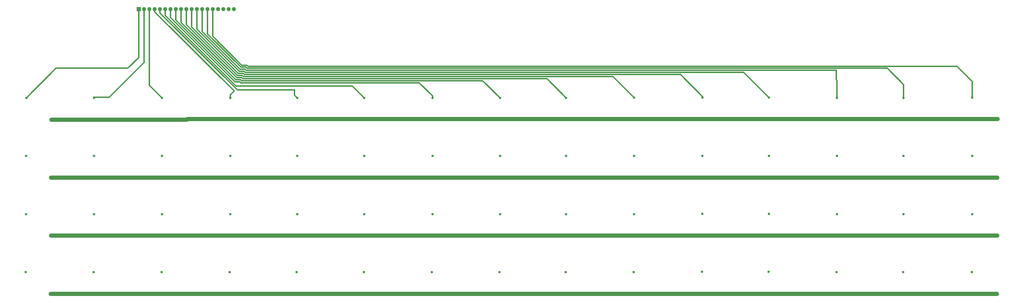
<source format=gbr>
%TF.GenerationSoftware,KiCad,Pcbnew,9.0.1*%
%TF.CreationDate,2025-06-14T18:41:54-05:00*%
%TF.ProjectId,OM-FlexGrid-Flex,4f4d2d46-6c65-4784-9772-69642d466c65,rev?*%
%TF.SameCoordinates,Original*%
%TF.FileFunction,Copper,L2,Bot*%
%TF.FilePolarity,Positive*%
%FSLAX46Y46*%
G04 Gerber Fmt 4.6, Leading zero omitted, Abs format (unit mm)*
G04 Created by KiCad (PCBNEW 9.0.1) date 2025-06-14 18:41:54*
%MOMM*%
%LPD*%
G01*
G04 APERTURE LIST*
%TA.AperFunction,ComponentPad*%
%ADD10R,1.000000X1.000000*%
%TD*%
%TA.AperFunction,ComponentPad*%
%ADD11C,1.000000*%
%TD*%
%TA.AperFunction,ViaPad*%
%ADD12C,0.600000*%
%TD*%
%TA.AperFunction,Conductor*%
%ADD13C,1.000000*%
%TD*%
%TA.AperFunction,Conductor*%
%ADD14C,0.300000*%
%TD*%
G04 APERTURE END LIST*
D10*
%TO.P,J1,1,Pin_1*%
%TO.N,COL_0*%
X64340000Y-65250000D03*
D11*
%TO.P,J1,2,Pin_2*%
%TO.N,COL_1*%
X65610000Y-65250000D03*
%TO.P,J1,3,Pin_3*%
%TO.N,COL_2*%
X66880000Y-65250000D03*
%TO.P,J1,4,Pin_4*%
%TO.N,COL_3*%
X68150000Y-65250000D03*
%TO.P,J1,5,Pin_5*%
%TO.N,COL_4*%
X69420000Y-65250000D03*
%TO.P,J1,6,Pin_6*%
%TO.N,COL_5*%
X70690000Y-65250000D03*
%TO.P,J1,7,Pin_7*%
%TO.N,COL_6*%
X71960000Y-65250000D03*
%TO.P,J1,8,Pin_8*%
%TO.N,COL_7*%
X73230000Y-65250000D03*
%TO.P,J1,9,Pin_9*%
%TO.N,COL_8*%
X74500000Y-65250000D03*
%TO.P,J1,10,Pin_10*%
%TO.N,COL_9*%
X75770000Y-65250000D03*
%TO.P,J1,11,Pin_11*%
%TO.N,COL_10*%
X77040000Y-65250000D03*
%TO.P,J1,12,Pin_12*%
%TO.N,COL_11*%
X78310000Y-65250000D03*
%TO.P,J1,13,Pin_13*%
%TO.N,COL_12*%
X79580000Y-65250000D03*
%TO.P,J1,14,Pin_14*%
%TO.N,COL_13*%
X80850000Y-65250000D03*
%TO.P,J1,15,Pin_15*%
%TO.N,COL_14*%
X82120000Y-65250000D03*
%TO.P,J1,16,Pin_16*%
%TO.N,ROW_0*%
X83390000Y-65250000D03*
%TO.P,J1,17,Pin_17*%
%TO.N,ROW_1*%
X84660000Y-65250000D03*
%TO.P,J1,18,Pin_18*%
%TO.N,ROW_2*%
X85930000Y-65250000D03*
%TO.P,J1,19,Pin_19*%
%TO.N,ROW_3*%
X87200000Y-65250000D03*
%TD*%
D12*
%TO.N,COL_14*%
X264664393Y-114666130D03*
X264664393Y-100668435D03*
%TO.N,ROW_1*%
X75959273Y-105868435D03*
%TO.N,ROW_0*%
X75879261Y-91870739D03*
X92250000Y-91750000D03*
%TO.N,ROW_3*%
X270554129Y-133863826D03*
%TO.N,COL_14*%
X264554129Y-128663826D03*
%TO.N,ROW_2*%
X270664393Y-119866130D03*
%TO.N,ROW_1*%
X270664393Y-105868435D03*
%TO.N,ROW_0*%
X270740318Y-91740318D03*
X254164393Y-91870739D03*
X205804129Y-91809217D03*
X221804129Y-91762731D03*
X238164393Y-91870739D03*
%TO.N,ROW_1*%
X238164393Y-105868435D03*
%TO.N,COL_12*%
X232164393Y-100668435D03*
%TO.N,ROW_1*%
X254164393Y-105868435D03*
%TO.N,COL_13*%
X248164393Y-100668435D03*
%TO.N,ROW_2*%
X254164393Y-119866130D03*
%TO.N,COL_13*%
X248164393Y-114666130D03*
%TO.N,ROW_2*%
X238164393Y-119866130D03*
%TO.N,COL_12*%
X232164393Y-114666130D03*
%TO.N,ROW_3*%
X254054129Y-133863826D03*
%TO.N,COL_13*%
X248054129Y-128663826D03*
%TO.N,ROW_3*%
X238054129Y-133863826D03*
%TO.N,COL_12*%
X232054129Y-128663826D03*
%TO.N,ROW_3*%
X221693865Y-133804609D03*
%TO.N,COL_11*%
X215693865Y-128604609D03*
%TO.N,ROW_2*%
X221804129Y-119806913D03*
%TO.N,COL_11*%
X215804129Y-114606913D03*
%TO.N,ROW_1*%
X221804129Y-105809218D03*
%TO.N,COL_11*%
X215804129Y-100609218D03*
%TO.N,ROW_3*%
X205693865Y-133802304D03*
%TO.N,COL_10*%
X199693865Y-128602304D03*
%TO.N,ROW_2*%
X205804129Y-119804608D03*
%TO.N,COL_10*%
X199804129Y-114604608D03*
%TO.N,ROW_1*%
X205804129Y-105806913D03*
%TO.N,COL_10*%
X199804129Y-100606913D03*
%TO.N,ROW_0*%
X189414393Y-91816244D03*
%TO.N,COL_9*%
X183414393Y-100668435D03*
%TO.N,ROW_1*%
X189414393Y-105868435D03*
%TO.N,COL_9*%
X183414393Y-114666130D03*
%TO.N,ROW_2*%
X189414393Y-119866130D03*
%TO.N,ROW_3*%
X189304129Y-133863826D03*
%TO.N,COL_9*%
X183304129Y-128663826D03*
%TO.N,ROW_3*%
X172943865Y-133863826D03*
%TO.N,COL_8*%
X166943865Y-128663826D03*
%TO.N,ROW_2*%
X173054129Y-119866130D03*
%TO.N,COL_8*%
X167054129Y-114666130D03*
X167054129Y-100668435D03*
%TO.N,ROW_1*%
X173054129Y-105868435D03*
%TO.N,ROW_0*%
X173054129Y-91821948D03*
X157164393Y-91870739D03*
%TO.N,ROW_1*%
X157164393Y-105868435D03*
%TO.N,COL_7*%
X151164393Y-100668435D03*
%TO.N,ROW_2*%
X157164393Y-119866130D03*
%TO.N,COL_7*%
X151164393Y-114666130D03*
%TO.N,ROW_3*%
X157054129Y-133863826D03*
%TO.N,COL_7*%
X151054129Y-128663826D03*
%TO.N,ROW_3*%
X140804129Y-133863826D03*
%TO.N,COL_6*%
X134804129Y-128663826D03*
%TO.N,ROW_2*%
X140914393Y-119866130D03*
%TO.N,COL_6*%
X134914393Y-114666130D03*
X134914393Y-100668435D03*
%TO.N,ROW_1*%
X140914393Y-105868435D03*
%TO.N,ROW_0*%
X140914393Y-91870739D03*
X124554129Y-91870739D03*
%TO.N,ROW_1*%
X124554129Y-105868435D03*
%TO.N,COL_5*%
X118554129Y-100668435D03*
%TO.N,ROW_2*%
X124554129Y-119866130D03*
%TO.N,COL_5*%
X118554129Y-114666130D03*
%TO.N,ROW_3*%
X124443865Y-133863826D03*
%TO.N,COL_5*%
X118443865Y-128663826D03*
%TO.N,ROW_3*%
X108304129Y-133863826D03*
%TO.N,COL_4*%
X102304129Y-128663826D03*
%TO.N,ROW_2*%
X108414393Y-119866130D03*
%TO.N,COL_4*%
X102414393Y-114666130D03*
%TO.N,ROW_0*%
X108414393Y-91870739D03*
%TO.N,ROW_1*%
X108414393Y-105868435D03*
%TO.N,COL_4*%
X102414393Y-100668435D03*
%TO.N,ROW_1*%
X92315682Y-105868435D03*
%TO.N,COL_3*%
X86315682Y-100668435D03*
%TO.N,ROW_2*%
X92315682Y-119866130D03*
%TO.N,COL_3*%
X86315682Y-114666130D03*
%TO.N,ROW_3*%
X92205418Y-133863826D03*
%TO.N,COL_3*%
X86205418Y-128663826D03*
%TO.N,ROW_3*%
X75849009Y-133863826D03*
%TO.N,COL_2*%
X69849009Y-128663826D03*
%TO.N,ROW_2*%
X75959273Y-119866130D03*
%TO.N,COL_2*%
X69959273Y-114666130D03*
X69959273Y-100668435D03*
%TO.N,COL_1*%
X53602863Y-100668435D03*
X53602863Y-114666130D03*
X53492599Y-128663826D03*
%TO.N,ROW_3*%
X59492599Y-133863826D03*
%TO.N,ROW_2*%
X59602863Y-119866130D03*
%TO.N,ROW_1*%
X59602863Y-105868435D03*
%TO.N,ROW_0*%
X59602863Y-91870739D03*
X43304129Y-91870739D03*
%TO.N,ROW_1*%
X43246453Y-105868435D03*
%TO.N,ROW_2*%
X43246453Y-119866130D03*
%TO.N,ROW_3*%
X43136189Y-133863826D03*
%TO.N,COL_0*%
X37136189Y-128663826D03*
X37246453Y-114666130D03*
X37246453Y-100668435D03*
X37304129Y-86670739D03*
%TO.N,COL_1*%
X53602863Y-86670739D03*
%TO.N,COL_2*%
X69959273Y-86670739D03*
%TO.N,COL_3*%
X86315682Y-86621948D03*
%TO.N,COL_4*%
X102414393Y-86670739D03*
%TO.N,COL_5*%
X118554129Y-86670739D03*
%TO.N,COL_6*%
X134914393Y-86670739D03*
%TO.N,COL_7*%
X151164393Y-86670739D03*
%TO.N,COL_8*%
X167054129Y-86621948D03*
%TO.N,COL_9*%
X183414393Y-86616244D03*
%TO.N,COL_10*%
X199804129Y-86609217D03*
%TO.N,COL_11*%
X215804129Y-86562731D03*
%TO.N,COL_12*%
X232164393Y-86670739D03*
%TO.N,COL_13*%
X248164393Y-86670739D03*
%TO.N,COL_14*%
X264664393Y-86616244D03*
%TD*%
D13*
%TO.N,ROW_3*%
X43136189Y-133863826D02*
X270554129Y-133863826D01*
%TO.N,ROW_1*%
X43246453Y-105868435D02*
X270664393Y-105868435D01*
%TO.N,ROW_2*%
X43246453Y-119866130D02*
X270664393Y-119866130D01*
%TO.N,ROW_0*%
X92250000Y-91750000D02*
X270730636Y-91750000D01*
X270730636Y-91750000D02*
X270740318Y-91740318D01*
X76000000Y-91750000D02*
X92250000Y-91750000D01*
X75879261Y-91870739D02*
X76000000Y-91750000D01*
X59602863Y-91870739D02*
X75879261Y-91870739D01*
X43304129Y-91870739D02*
X59602863Y-91870739D01*
D14*
%TO.N,COL_0*%
X44474868Y-79500000D02*
X37304129Y-86670739D01*
X61750000Y-79500000D02*
X44474868Y-79500000D01*
X64340000Y-65250000D02*
X64340000Y-76910000D01*
X64340000Y-76910000D02*
X61750000Y-79500000D01*
%TO.N,COL_1*%
X57250000Y-86500000D02*
X53500000Y-86500000D01*
X65610000Y-78140000D02*
X57250000Y-86500000D01*
X65610000Y-65250000D02*
X65610000Y-78140000D01*
%TO.N,COL_2*%
X66880000Y-83591466D02*
X69959273Y-86670739D01*
X66880000Y-65250000D02*
X66880000Y-83591466D01*
%TO.N,COL_3*%
X86315682Y-85934318D02*
X86315682Y-86621948D01*
X87250000Y-85000000D02*
X86315682Y-85934318D01*
X68150000Y-65900000D02*
X87250000Y-85000000D01*
X68150000Y-65250000D02*
X68150000Y-65900000D01*
%TO.N,COL_4*%
X101750000Y-86006346D02*
X102414393Y-86670739D01*
X87998875Y-84750000D02*
X101750000Y-84750000D01*
X69420000Y-66171125D02*
X87998875Y-84750000D01*
X69420000Y-65250000D02*
X69420000Y-66171125D01*
X101750000Y-84750000D02*
X101750000Y-86006346D01*
%TO.N,COL_5*%
X70690000Y-66732605D02*
X87707395Y-83750000D01*
X115633390Y-83750000D02*
X118554129Y-86670739D01*
X70690000Y-65250000D02*
X70690000Y-66732605D01*
X87707395Y-83750000D02*
X115633390Y-83750000D01*
%TO.N,COL_6*%
X134914393Y-86164393D02*
X134914393Y-86670739D01*
X131758000Y-83008000D02*
X134914393Y-86164393D01*
X71960000Y-67294082D02*
X87419916Y-82754000D01*
X87419916Y-82754000D02*
X88631410Y-82754000D01*
X71960000Y-65250000D02*
X71960000Y-67294082D01*
X88631410Y-82754000D02*
X88885411Y-83008000D01*
X88885411Y-83008000D02*
X131758000Y-83008000D01*
%TO.N,COL_7*%
X89092931Y-82507000D02*
X147000654Y-82507000D01*
X88838930Y-82253000D02*
X89092931Y-82507000D01*
X147000654Y-82507000D02*
X151164393Y-86670739D01*
X87627437Y-82253000D02*
X88838930Y-82253000D01*
X73230000Y-67855562D02*
X87627437Y-82253000D01*
X73230000Y-65250000D02*
X73230000Y-67855562D01*
%TO.N,COL_8*%
X89300451Y-82006000D02*
X162438181Y-82006000D01*
X162438181Y-82006000D02*
X167054129Y-86621948D01*
X87834958Y-81752000D02*
X89046450Y-81752000D01*
X74500000Y-65250000D02*
X74500000Y-68417042D01*
X74500000Y-68417042D02*
X87834958Y-81752000D01*
X89046450Y-81752000D02*
X89300451Y-82006000D01*
%TO.N,COL_14*%
X264664393Y-82664393D02*
X264664393Y-86616244D01*
X261000000Y-79000000D02*
X264664393Y-82664393D01*
X90291577Y-78746000D02*
X90545577Y-79000000D01*
X89080080Y-78746000D02*
X90291577Y-78746000D01*
X90545577Y-79000000D02*
X261000000Y-79000000D01*
X82120000Y-71785920D02*
X89080080Y-78746000D01*
X82120000Y-65250000D02*
X82120000Y-71785920D01*
%TO.N,COL_13*%
X90084056Y-79247000D02*
X90338055Y-79501000D01*
X90338055Y-79501000D02*
X244251000Y-79501000D01*
X248164393Y-83414393D02*
X248164393Y-86670739D01*
X88872560Y-79247000D02*
X90084056Y-79247000D01*
X80850000Y-71224440D02*
X88872560Y-79247000D01*
X244251000Y-79501000D02*
X248164393Y-83414393D01*
X80850000Y-65250000D02*
X80850000Y-71224440D01*
%TO.N,COL_12*%
X232164393Y-82414393D02*
X232164393Y-86670739D01*
X90130533Y-80002000D02*
X232000000Y-80002000D01*
X232000000Y-82250000D02*
X232164393Y-82414393D01*
X89876534Y-79748000D02*
X90130533Y-80002000D01*
X88665040Y-79748000D02*
X89876534Y-79748000D01*
X79580000Y-70662960D02*
X88665040Y-79748000D01*
X232000000Y-80002000D02*
X232000000Y-82250000D01*
X79580000Y-65250000D02*
X79580000Y-70662960D01*
%TO.N,COL_11*%
X89923011Y-80503000D02*
X209744398Y-80503000D01*
X88457520Y-80249000D02*
X89669012Y-80249000D01*
X78310000Y-70101480D02*
X88457520Y-80249000D01*
X78310000Y-65250000D02*
X78310000Y-70101480D01*
X89669012Y-80249000D02*
X89923011Y-80503000D01*
X209744398Y-80503000D02*
X215804129Y-86562731D01*
%TO.N,COL_9*%
X89507971Y-81505000D02*
X178303149Y-81505000D01*
X89253971Y-81251000D02*
X89507971Y-81505000D01*
X88042479Y-81251000D02*
X89253971Y-81251000D01*
X178303149Y-81505000D02*
X183414393Y-86616244D01*
X75770000Y-68978520D02*
X88042479Y-81251000D01*
X75770000Y-65250000D02*
X75770000Y-68978520D01*
%TO.N,COL_10*%
X194544783Y-81004000D02*
X200000000Y-86459217D01*
X89461491Y-80750000D02*
X89715491Y-81004000D01*
X88250000Y-80750000D02*
X89461491Y-80750000D01*
X77040000Y-69540000D02*
X88250000Y-80750000D01*
X89715491Y-81004000D02*
X194544783Y-81004000D01*
X77040000Y-65250000D02*
X77040000Y-69540000D01*
%TD*%
M02*

</source>
